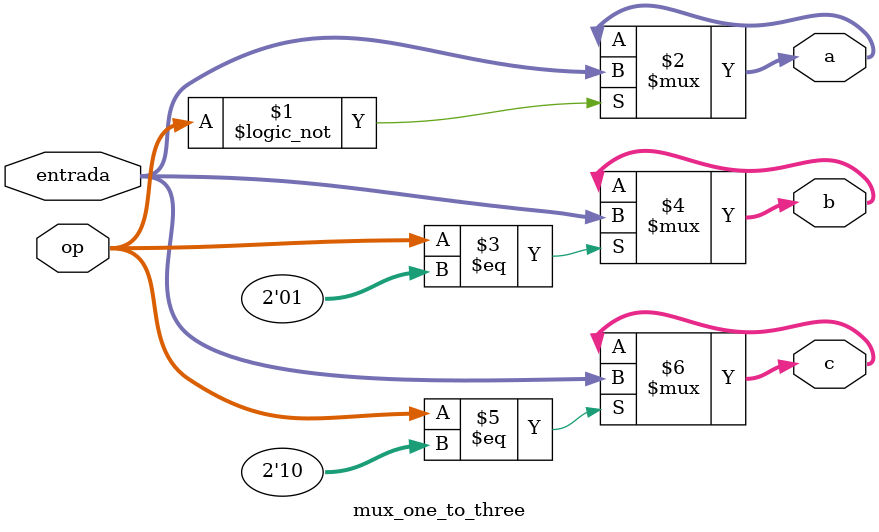
<source format=v>

module mux_one_to_three (
    input [1:0] op, 
    input [9:0] entrada,
    output [9:0] a,
    output [9:0] b, 
    output [9:0] c
);

// OP cases:
// op = 00 -> a = entrada
// op = 01 -> b = entrada
// op = 10 -> c = entrada
// op = 11 -> nada acontece

assign a = (op == 2'b00) ? entrada : a;
assign b = (op == 2'b01) ? entrada : b;
assign c = (op == 2'b10) ? entrada : c;
    
endmodule
</source>
